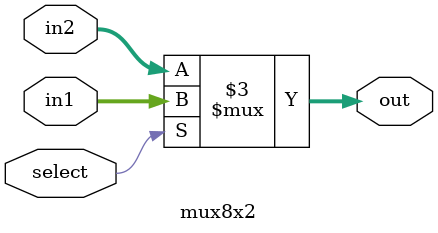
<source format=v>
module mux8x2(select, in1, in2, out);
	input select;
	input [7:0] in1,in2;
	output [7:0] out;
	reg out;
	always begin
		#5 out = select==1? in1: in2;
	end
endmodule
</source>
